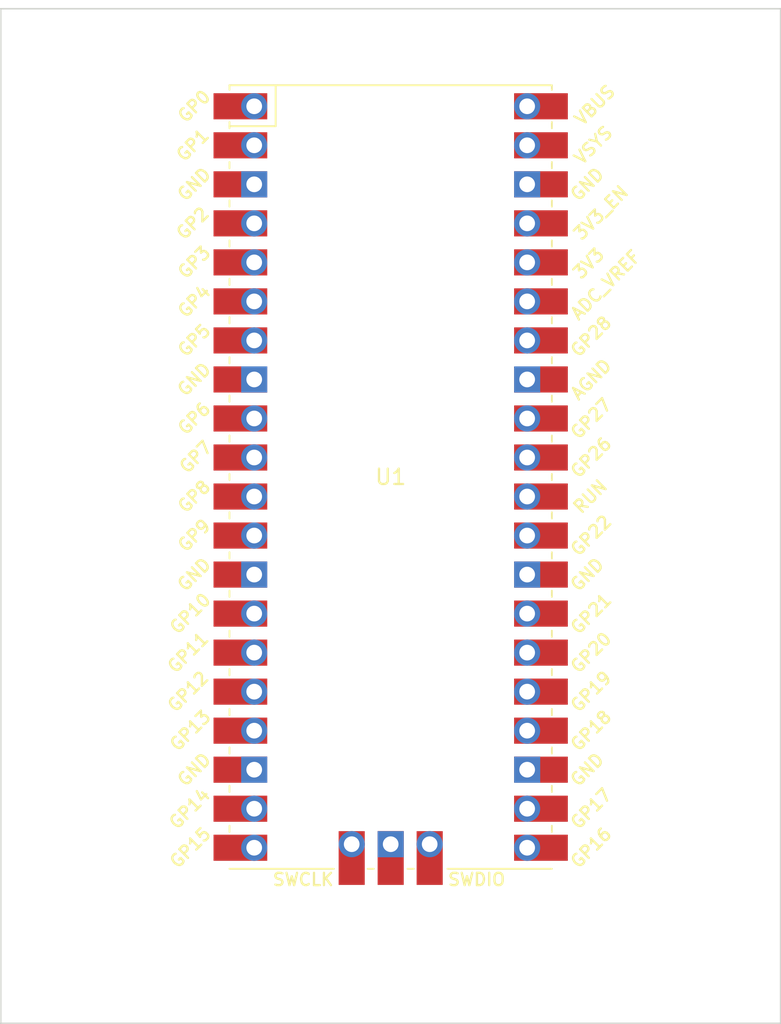
<source format=kicad_pcb>
(kicad_pcb (version 20211014) (generator pcbnew)
  (layers (0 "F.Cu" signal) (31 "B.Cu" signal) (34 "B.Paste" user) (35 "F.Paste" user) (36 "B.SilkS" user "B.Silkscreen") (37 "F.SilkS" user "F.Silkscreen") (38 "B.Mask" user) (39 "F.Mask" user) (44 "Edge.Cuts" user))
  (net 0 "")
  (net 1 "C10")
  (net 2 "C9")
  (net 4 "C8")
  (net 5 "C7")
  (net 6 "C6")
  (net 7 "R1")
  (net 9 "R2")
  (net 10 "R3")
  (net 11 "R4")
  (net 26 "C5")
  (net 27 "C4")
  (net 29 "C3")
  (net 31 "C2")
  (net 32 "C1")
  (footprint "MCU_RaspberryPi_and_Boards:RPi_Pico_SMD_TH" (layer "F.Cu") (at 106.68 45.72)
    (fp_text reference "U1" (at 0 0) (layer "F.SilkS"))
    (fp_text value "Pico")
    (fp_text user "GP20" (at 13.054 11.43 45) (layer "F.SilkS") (effects (font (size 0.8 0.8))))
    (fp_text user "GP9" (at -12.8 3.81 45) (layer "F.SilkS") (effects (font (size 0.8 0.8))))
    (fp_text user "GP2" (at -12.9 -16.51 45) (layer "F.SilkS") (effects (font (size 0.8 0.8))))
    (fp_text user "GND" (at 12.8 19.05 45) (layer "F.SilkS") (effects (font (size 0.8 0.8))))
    (fp_text user "GND" (at 12.8 -19.05 45) (layer "F.SilkS") (effects (font (size 0.8 0.8))))
    (fp_text user "AGND" (at 13.054 -6.35 45) (layer "F.SilkS") (effects (font (size 0.8 0.8))))
    (fp_text user "SWDIO" (at 5.6 26.2) (layer "F.SilkS") (effects (font (size 0.8 0.8))))
    (fp_text user "GP7" (at -12.7 -1.3 45) (layer "F.SilkS") (effects (font (size 0.8 0.8))))
    (fp_text user "GND" (at 12.8 6.35 45) (layer "F.SilkS") (effects (font (size 0.8 0.8))))
    (fp_text user "3V3_EN" (at 13.7 -17.2 45) (layer "F.SilkS") (effects (font (size 0.8 0.8))))
    (fp_text user "SWCLK" (at -5.7 26.2) (layer "F.SilkS") (effects (font (size 0.8 0.8))))
    (fp_text user "GP4" (at -12.8 -11.43 45) (layer "F.SilkS") (effects (font (size 0.8 0.8))))
    (fp_text user "GP17" (at 13.054 21.59 45) (layer "F.SilkS") (effects (font (size 0.8 0.8))))
    (fp_text user "GP6" (at -12.8 -3.81 45) (layer "F.SilkS") (effects (font (size 0.8 0.8))))
    (fp_text user "ADC_VREF" (at 14 -12.5 45) (layer "F.SilkS") (effects (font (size 0.8 0.8))))
    (fp_text user "VSYS" (at 13.2 -21.59 45) (layer "F.SilkS") (effects (font (size 0.8 0.8))))
    (fp_text user "GP28" (at 13.054 -9.144 45) (layer "F.SilkS") (effects (font (size 0.8 0.8))))
    (fp_text user "GP8" (at -12.8 1.27 45) (layer "F.SilkS") (effects (font (size 0.8 0.8))))
    (fp_text user "GP16" (at 13.054 24.13 45) (layer "F.SilkS") (effects (font (size 0.8 0.8))))
    (fp_text user "GP22" (at 13.054 3.81 45) (layer "F.SilkS") (effects (font (size 0.8 0.8))))
    (fp_text user "VBUS" (at 13.3 -24.2 45) (layer "F.SilkS") (effects (font (size 0.8 0.8))))
    (fp_text user "GP3" (at -12.8 -13.97 45) (layer "F.SilkS") (effects (font (size 0.8 0.8))))
    (fp_text user "GP21" (at 13.054 8.9 45) (layer "F.SilkS") (effects (font (size 0.8 0.8))))
    (fp_text user "GND" (at -12.8 -6.35 45) (layer "F.SilkS") (effects (font (size 0.8 0.8))))
    (fp_text user "GND" (at -12.8 -19.05 45) (layer "F.SilkS") (effects (font (size 0.8 0.8))))
    (fp_text user "GP19" (at 13.054 13.97 45) (layer "F.SilkS") (effects (font (size 0.8 0.8))))
    (fp_text user "GP10" (at -13.054 8.89 45) (layer "F.SilkS") (effects (font (size 0.8 0.8))))
    (fp_text user "GND" (at -12.8 19.05 45) (layer "F.SilkS") (effects (font (size 0.8 0.8))))
    (fp_text user "GP18" (at 13.054 16.51 45) (layer "F.SilkS") (effects (font (size 0.8 0.8))))
    (fp_text user "GP27" (at 13.054 -3.8 45) (layer "F.SilkS") (effects (font (size 0.8 0.8))))
    (fp_text user "GP13" (at -13.054 16.51 45) (layer "F.SilkS") (effects (font (size 0.8 0.8))))
    (fp_text user "GP12" (at -13.2 13.97 45) (layer "F.SilkS") (effects (font (size 0.8 0.8))))
    (fp_text user "GP5" (at -12.8 -8.89 45) (layer "F.SilkS") (effects (font (size 0.8 0.8))))
    (fp_text user "GP0" (at -12.8 -24.13 45) (layer "F.SilkS") (effects (font (size 0.8 0.8))))
    (fp_text user "RUN" (at 13 1.27 45) (layer "F.SilkS") (effects (font (size 0.8 0.8))))
    (fp_text user "3V3" (at 12.9 -13.9 45) (layer "F.SilkS") (effects (font (size 0.8 0.8))))
    (fp_text user "GP15" (at -13.054 24.13 45) (layer "F.SilkS") (effects (font (size 0.8 0.8))))
    (fp_text user "GND" (at -12.8 6.35 45) (layer "F.SilkS") (effects (font (size 0.8 0.8))))
    (fp_text user "GP14" (at -13.1 21.59 45) (layer "F.SilkS") (effects (font (size 0.8 0.8))))
    (fp_text user "GP1" (at -12.9 -21.6 45) (layer "F.SilkS") (effects (font (size 0.8 0.8))))
    (fp_text user "GP26" (at 13.054 -1.27 45) (layer "F.SilkS") (effects (font (size 0.8 0.8))))
    (fp_text user "GP11" (at -13.2 11.43 45) (layer "F.SilkS") (effects (font (size 0.8 0.8))))
    (fp_line (start -10.5 20.1) (end -10.5 20.5) (layer "F.SilkS") (width 0.12))
    (fp_line (start -10.5 10) (end -10.5 10.4) (layer "F.SilkS") (width 0.12))
    (fp_line (start -10.5 -25.5) (end 10.5 -25.5) (layer "F.SilkS") (width 0.12))
    (fp_line (start 10.5 22.7) (end 10.5 23.1) (layer "F.SilkS") (width 0.12))
    (fp_line (start 10.5 7.4) (end 10.5 7.8) (layer "F.SilkS") (width 0.12))
    (fp_line (start 10.5 -23.1) (end 10.5 -22.7) (layer "F.SilkS") (width 0.12))
    (fp_line (start 10.5 -20.5) (end 10.5 -20.1) (layer "F.SilkS") (width 0.12))
    (fp_line (start -10.5 2.3) (end -10.5 2.7) (layer "F.SilkS") (width 0.12))
    (fp_line (start -1.5 25.5) (end -1.1 25.5) (layer "F.SilkS") (width 0.12))
    (fp_line (start -10.5 -12.9) (end -10.5 -12.5) (layer "F.SilkS") (width 0.12))
    (fp_line (start -10.5 -20.5) (end -10.5 -20.1) (layer "F.SilkS") (width 0.12))
    (fp_line (start 10.5 -5.3) (end 10.5 -4.9) (layer "F.SilkS") (width 0.12))
    (fp_line (start 10.5 -10.4) (end 10.5 -10) (layer "F.SilkS") (width 0.12))
    (fp_line (start 10.5 -15.4) (end 10.5 -15) (layer "F.SilkS") (width 0.12))
    (fp_line (start -10.5 -25.5) (end -10.5 -25.2) (layer "F.SilkS") (width 0.12))
    (fp_line (start -3.7 25.5) (end -10.5 25.5) (layer "F.SilkS") (width 0.12))
    (fp_line (start 10.5 20.1) (end 10.5 20.5) (layer "F.SilkS") (width 0.12))
    (fp_line (start -10.5 -18) (end -10.5 -17.6) (layer "F.SilkS") (width 0.12))
    (fp_line (start 10.5 10) (end 10.5 10.4) (layer "F.SilkS") (width 0.12))
    (fp_line (start -10.5 -22.833) (end -7.493 -22.833) (layer "F.SilkS") (width 0.12))
    (fp_line (start -10.5 22.7) (end -10.5 23.1) (layer "F.SilkS") (width 0.12))
    (fp_line (start -7.493 -22.833) (end -7.493 -25.5) (layer "F.SilkS") (width 0.12))
    (fp_line (start -10.5 17.6) (end -10.5 18) (layer "F.SilkS") (width 0.12))
    (fp_line (start -10.5 15.1) (end -10.5 15.5) (layer "F.SilkS") (width 0.12))
    (fp_line (start 1.1 25.5) (end 1.5 25.5) (layer "F.SilkS") (width 0.12))
    (fp_line (start -10.5 -10.4) (end -10.5 -10) (layer "F.SilkS") (width 0.12))
    (fp_line (start -10.5 4.9) (end -10.5 5.3) (layer "F.SilkS") (width 0.12))
    (fp_line (start 10.5 -0.2) (end 10.5 0.2) (layer "F.SilkS") (width 0.12))
    (fp_line (start 10.5 -18) (end 10.5 -17.6) (layer "F.SilkS") (width 0.12))
    (fp_line (start 10.5 -25.5) (end 10.5 -25.2) (layer "F.SilkS") (width 0.12))
    (fp_line (start 10.5 15.1) (end 10.5 15.5) (layer "F.SilkS") (width 0.12))
    (fp_line (start -10.5 -2.7) (end -10.5 -2.3) (layer "F.SilkS") (width 0.12))
    (fp_line (start -10.5 -0.2) (end -10.5 0.2) (layer "F.SilkS") (width 0.12))
    (fp_line (start 10.5 25.5) (end 3.7 25.5) (layer "F.SilkS") (width 0.12))
    (fp_line (start 10.5 2.3) (end 10.5 2.7) (layer "F.SilkS") (width 0.12))
    (fp_line (start -10.5 -15.4) (end -10.5 -15) (layer "F.SilkS") (width 0.12))
    (fp_line (start 10.5 12.5) (end 10.5 12.9) (layer "F.SilkS") (width 0.12))
    (fp_line (start 10.5 -2.7) (end 10.5 -2.3) (layer "F.SilkS") (width 0.12))
    (fp_line (start -10.5 12.5) (end -10.5 12.9) (layer "F.SilkS") (width 0.12))
    (fp_line (start 10.5 -7.8) (end 10.5 -7.4) (layer "F.SilkS") (width 0.12))
    (fp_line (start 10.5 17.6) (end 10.5 18) (layer "F.SilkS") (width 0.12))
    (fp_line (start -10.5 7.4) (end -10.5 7.8) (layer "F.SilkS") (width 0.12))
    (fp_line (start 10.5 4.9) (end 10.5 5.3) (layer "F.SilkS") (width 0.12))
    (fp_line (start -10.5 -23.1) (end -10.5 -22.7) (layer "F.SilkS") (width 0.12))
    (fp_line (start -10.5 -7.8) (end -10.5 -7.4) (layer "F.SilkS") (width 0.12))
    (fp_line (start -10.5 -5.3) (end -10.5 -4.9) (layer "F.SilkS") (width 0.12))
    (fp_line (start 10.5 -12.9) (end 10.5 -12.5) (layer "F.SilkS") (width 0.12))
    (pad "" np_thru_hole oval (at 2.425 -20.97) (size 1.5 1.5) (drill 1.5) (layers *.Cu *.Mask))
    (pad "" np_thru_hole oval (at -2.725 -24) (size 1.8 1.8) (drill 1.8) (layers *.Cu *.Mask))
    (pad "" np_thru_hole oval (at 2.725 -24) (size 1.8 1.8) (drill 1.8) (layers *.Cu *.Mask))
    (pad "" np_thru_hole oval (at -2.425 -20.97) (size 1.5 1.5) (drill 1.5) (layers *.Cu *.Mask))
    (pad "1" smd rect (at -8.89 -24.13) (size 3.5 1.7) (drill (offset -0.9 0)) (layers "F.Cu" "F.Mask") (net 1 "C10"))
    (pad "1" thru_hole oval (at -8.89 -24.13) (size 1.7 1.7) (drill 1.02) (layers *.Cu *.Mask) (net 1 "C10"))
    (pad "2" smd rect (at -8.89 -21.59) (size 3.5 1.7) (drill (offset -0.9 0)) (layers "F.Cu" "F.Mask") (net 2 "C9"))
    (pad "2" thru_hole oval (at -8.89 -21.59) (size 1.7 1.7) (drill 1.02) (layers *.Cu *.Mask) (net 2 "C9"))
    (pad "3" thru_hole rect (at -8.89 -19.05) (size 1.7 1.7) (drill 1.02) (layers *.Cu *.Mask))
    (pad "3" smd rect (at -8.89 -19.05) (size 3.5 1.7) (drill (offset -0.9 0)) (layers "F.Cu" "F.Mask"))
    (pad "4" thru_hole oval (at -8.89 -16.51) (size 1.7 1.7) (drill 1.02) (layers *.Cu *.Mask) (net 4 "C8"))
    (pad "4" smd rect (at -8.89 -16.51) (size 3.5 1.7) (drill (offset -0.9 0)) (layers "F.Cu" "F.Mask") (net 4 "C8"))
    (pad "5" smd rect (at -8.89 -13.97) (size 3.5 1.7) (drill (offset -0.9 0)) (layers "F.Cu" "F.Mask") (net 5 "C7"))
    (pad "5" thru_hole oval (at -8.89 -13.97) (size 1.7 1.7) (drill 1.02) (layers *.Cu *.Mask) (net 5 "C7"))
    (pad "6" thru_hole oval (at -8.89 -11.43) (size 1.7 1.7) (drill 1.02) (layers *.Cu *.Mask) (net 6 "C6"))
    (pad "6" smd rect (at -8.89 -11.43) (size 3.5 1.7) (drill (offset -0.9 0)) (layers "F.Cu" "F.Mask") (net 6 "C6"))
    (pad "7" smd rect (at -8.89 -8.89) (size 3.5 1.7) (drill (offset -0.9 0)) (layers "F.Cu" "F.Mask") (net 7 "R1"))
    (pad "7" thru_hole oval (at -8.89 -8.89) (size 1.7 1.7) (drill 1.02) (layers *.Cu *.Mask) (net 7 "R1"))
    (pad "8" smd rect (at -8.89 -6.35) (size 3.5 1.7) (drill (offset -0.9 0)) (layers "F.Cu" "F.Mask"))
    (pad "8" thru_hole rect (at -8.89 -6.35) (size 1.7 1.7) (drill 1.02) (layers *.Cu *.Mask))
    (pad "9" smd rect (at -8.89 -3.81) (size 3.5 1.7) (drill (offset -0.9 0)) (layers "F.Cu" "F.Mask") (net 9 "R2"))
    (pad "9" thru_hole oval (at -8.89 -3.81) (size 1.7 1.7) (drill 1.02) (layers *.Cu *.Mask) (net 9 "R2"))
    (pad "10" thru_hole oval (at -8.89 -1.27) (size 1.7 1.7) (drill 1.02) (layers *.Cu *.Mask) (net 10 "R3"))
    (pad "10" smd rect (at -8.89 -1.27) (size 3.5 1.7) (drill (offset -0.9 0)) (layers "F.Cu" "F.Mask") (net 10 "R3"))
    (pad "11" smd rect (at -8.89 1.27) (size 3.5 1.7) (drill (offset -0.9 0)) (layers "F.Cu" "F.Mask") (net 11 "R4"))
    (pad "11" thru_hole oval (at -8.89 1.27) (size 1.7 1.7) (drill 1.02) (layers *.Cu *.Mask) (net 11 "R4"))
    (pad "12" thru_hole oval (at -8.89 3.81) (size 1.7 1.7) (drill 1.02) (layers *.Cu *.Mask))
    (pad "12" smd rect (at -8.89 3.81) (size 3.5 1.7) (drill (offset -0.9 0)) (layers "F.Cu" "F.Mask"))
    (pad "13" thru_hole rect (at -8.89 6.35) (size 1.7 1.7) (drill 1.02) (layers *.Cu *.Mask))
    (pad "13" smd rect (at -8.89 6.35) (size 3.5 1.7) (drill (offset -0.9 0)) (layers "F.Cu" "F.Mask"))
    (pad "14" smd rect (at -8.89 8.89) (size 3.5 1.7) (drill (offset -0.9 0)) (layers "F.Cu" "F.Mask"))
    (pad "14" thru_hole oval (at -8.89 8.89) (size 1.7 1.7) (drill 1.02) (layers *.Cu *.Mask))
    (pad "15" thru_hole oval (at -8.89 11.43) (size 1.7 1.7) (drill 1.02) (layers *.Cu *.Mask))
    (pad "15" smd rect (at -8.89 11.43) (size 3.5 1.7) (drill (offset -0.9 0)) (layers "F.Cu" "F.Mask"))
    (pad "16" thru_hole oval (at -8.89 13.97) (size 1.7 1.7) (drill 1.02) (layers *.Cu *.Mask))
    (pad "16" smd rect (at -8.89 13.97) (size 3.5 1.7) (drill (offset -0.9 0)) (layers "F.Cu" "F.Mask"))
    (pad "17" thru_hole oval (at -8.89 16.51) (size 1.7 1.7) (drill 1.02) (layers *.Cu *.Mask))
    (pad "17" smd rect (at -8.89 16.51) (size 3.5 1.7) (drill (offset -0.9 0)) (layers "F.Cu" "F.Mask"))
    (pad "18" smd rect (at -8.89 19.05) (size 3.5 1.7) (drill (offset -0.9 0)) (layers "F.Cu" "F.Mask"))
    (pad "18" thru_hole rect (at -8.89 19.05) (size 1.7 1.7) (drill 1.02) (layers *.Cu *.Mask))
    (pad "19" smd rect (at -8.89 21.59) (size 3.5 1.7) (drill (offset -0.9 0)) (layers "F.Cu" "F.Mask"))
    (pad "19" thru_hole oval (at -8.89 21.59) (size 1.7 1.7) (drill 1.02) (layers *.Cu *.Mask))
    (pad "20" smd rect (at -8.89 24.13) (size 3.5 1.7) (drill (offset -0.9 0)) (layers "F.Cu" "F.Mask"))
    (pad "20" thru_hole oval (at -8.89 24.13) (size 1.7 1.7) (drill 1.02) (layers *.Cu *.Mask))
    (pad "21" thru_hole oval (at 8.89 24.13) (size 1.7 1.7) (drill 1.02) (layers *.Cu *.Mask))
    (pad "21" smd rect (at 8.89 24.13) (size 3.5 1.7) (drill (offset 0.9 0)) (layers "F.Cu" "F.Mask"))
    (pad "22" thru_hole oval (at 8.89 21.59) (size 1.7 1.7) (drill 1.02) (layers *.Cu *.Mask))
    (pad "22" smd rect (at 8.89 21.59) (size 3.5 1.7) (drill (offset 0.9 0)) (layers "F.Cu" "F.Mask"))
    (pad "23" thru_hole rect (at 8.89 19.05) (size 1.7 1.7) (drill 1.02) (layers *.Cu *.Mask))
    (pad "23" smd rect (at 8.89 19.05) (size 3.5 1.7) (drill (offset 0.9 0)) (layers "F.Cu" "F.Mask"))
    (pad "24" thru_hole oval (at 8.89 16.51) (size 1.7 1.7) (drill 1.02) (layers *.Cu *.Mask))
    (pad "24" smd rect (at 8.89 16.51) (size 3.5 1.7) (drill (offset 0.9 0)) (layers "F.Cu" "F.Mask"))
    (pad "25" smd rect (at 8.89 13.97) (size 3.5 1.7) (drill (offset 0.9 0)) (layers "F.Cu" "F.Mask"))
    (pad "25" thru_hole oval (at 8.89 13.97) (size 1.7 1.7) (drill 1.02) (layers *.Cu *.Mask))
    (pad "26" smd rect (at 8.89 11.43) (size 3.5 1.7) (drill (offset 0.9 0)) (layers "F.Cu" "F.Mask") (net 26 "C5"))
    (pad "26" thru_hole oval (at 8.89 11.43) (size 1.7 1.7) (drill 1.02) (layers *.Cu *.Mask) (net 26 "C5"))
    (pad "27" smd rect (at 8.89 8.89) (size 3.5 1.7) (drill (offset 0.9 0)) (layers "F.Cu" "F.Mask") (net 27 "C4"))
    (pad "27" thru_hole oval (at 8.89 8.89) (size 1.7 1.7) (drill 1.02) (layers *.Cu *.Mask) (net 27 "C4"))
    (pad "28" thru_hole rect (at 8.89 6.35) (size 1.7 1.7) (drill 1.02) (layers *.Cu *.Mask))
    (pad "28" smd rect (at 8.89 6.35) (size 3.5 1.7) (drill (offset 0.9 0)) (layers "F.Cu" "F.Mask"))
    (pad "29" smd rect (at 8.89 3.81) (size 3.5 1.7) (drill (offset 0.9 0)) (layers "F.Cu" "F.Mask") (net 29 "C3"))
    (pad "29" thru_hole oval (at 8.89 3.81) (size 1.7 1.7) (drill 1.02) (layers *.Cu *.Mask) (net 29 "C3"))
    (pad "30" thru_hole oval (at 8.89 1.27) (size 1.7 1.7) (drill 1.02) (layers *.Cu *.Mask))
    (pad "30" smd rect (at 8.89 1.27) (size 3.5 1.7) (drill (offset 0.9 0)) (layers "F.Cu" "F.Mask"))
    (pad "31" thru_hole oval (at 8.89 -1.27) (size 1.7 1.7) (drill 1.02) (layers *.Cu *.Mask) (net 31 "C2"))
    (pad "31" smd rect (at 8.89 -1.27) (size 3.5 1.7) (drill (offset 0.9 0)) (layers "F.Cu" "F.Mask") (net 31 "C2"))
    (pad "32" smd rect (at 8.89 -3.81) (size 3.5 1.7) (drill (offset 0.9 0)) (layers "F.Cu" "F.Mask") (net 32 "C1"))
    (pad "32" thru_hole oval (at 8.89 -3.81) (size 1.7 1.7) (drill 1.02) (layers *.Cu *.Mask) (net 32 "C1"))
    (pad "33" smd rect (at 8.89 -6.35) (size 3.5 1.7) (drill (offset 0.9 0)) (layers "F.Cu" "F.Mask"))
    (pad "33" thru_hole rect (at 8.89 -6.35) (size 1.7 1.7) (drill 1.02) (layers *.Cu *.Mask))
    (pad "34" smd rect (at 8.89 -8.89) (size 3.5 1.7) (drill (offset 0.9 0)) (layers "F.Cu" "F.Mask"))
    (pad "34" thru_hole oval (at 8.89 -8.89) (size 1.7 1.7) (drill 1.02) (layers *.Cu *.Mask))
    (pad "35" smd rect (at 8.89 -11.43) (size 3.5 1.7) (drill (offset 0.9 0)) (layers "F.Cu" "F.Mask"))
    (pad "35" thru_hole oval (at 8.89 -11.43) (size 1.7 1.7) (drill 1.02) (layers *.Cu *.Mask))
    (pad "36" smd rect (at 8.89 -13.97) (size 3.5 1.7) (drill (offset 0.9 0)) (layers "F.Cu" "F.Mask"))
    (pad "36" thru_hole oval (at 8.89 -13.97) (size 1.7 1.7) (drill 1.02) (layers *.Cu *.Mask))
    (pad "37" thru_hole oval (at 8.89 -16.51) (size 1.7 1.7) (drill 1.02) (layers *.Cu *.Mask))
    (pad "37" smd rect (at 8.89 -16.51) (size 3.5 1.7) (drill (offset 0.9 0)) (layers "F.Cu" "F.Mask"))
    (pad "38" thru_hole rect (at 8.89 -19.05) (size 1.7 1.7) (drill 1.02) (layers *.Cu *.Mask))
    (pad "38" smd rect (at 8.89 -19.05) (size 3.5 1.7) (drill (offset 0.9 0)) (layers "F.Cu" "F.Mask"))
    (pad "39" smd rect (at 8.89 -21.59) (size 3.5 1.7) (drill (offset 0.9 0)) (layers "F.Cu" "F.Mask"))
    (pad "39" thru_hole oval (at 8.89 -21.59) (size 1.7 1.7) (drill 1.02) (layers *.Cu *.Mask))
    (pad "40" smd rect (at 8.89 -24.13) (size 3.5 1.7) (drill (offset 0.9 0)) (layers "F.Cu" "F.Mask"))
    (pad "40" thru_hole oval (at 8.89 -24.13) (size 1.7 1.7) (drill 1.02) (layers *.Cu *.Mask))
    (pad "41" smd rect (at -2.54 23.9 90) (size 3.5 1.7) (drill (offset -0.9 0)) (layers "F.Cu" "F.Mask"))
    (pad "41" thru_hole oval (at -2.54 23.9) (size 1.7 1.7) (drill 1.02) (layers *.Cu *.Mask))
    (pad "42" smd rect (at 0 23.9 90) (size 3.5 1.7) (drill (offset -0.9 0)) (layers "F.Cu" "F.Mask"))
    (pad "42" thru_hole rect (at 0 23.9) (size 1.7 1.7) (drill 1.02) (layers *.Cu *.Mask))
    (pad "43" thru_hole oval (at 2.54 23.9) (size 1.7 1.7) (drill 1.02) (layers *.Cu *.Mask))
    (pad "43" smd rect (at 2.54 23.9 90) (size 3.5 1.7) (drill (offset -0.9 0)) (layers "F.Cu" "F.Mask"))
  )
  (gr_line (start 81.28 81.28) (end 81.28 15.24) (layer "Edge.Cuts") (width 0.1))
  (gr_line (start 81.28 15.24) (end 132.08 15.24) (layer "Edge.Cuts") (width 0.1))
  (gr_line (start 132.08 81.28) (end 81.28 81.28) (layer "Edge.Cuts") (width 0.1))
  (gr_line (start 132.08 15.24) (end 132.08 81.28) (layer "Edge.Cuts") (width 0.1))
)
</source>
